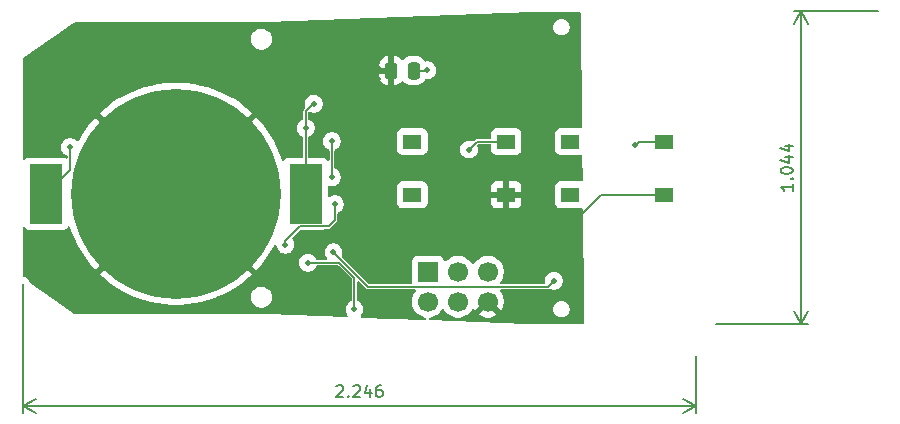
<source format=gbr>
G04 #@! TF.GenerationSoftware,KiCad,Pcbnew,9.0.3*
G04 #@! TF.CreationDate,2025-08-17T17:29:30-04:00*
G04 #@! TF.ProjectId,remote,72656d6f-7465-42e6-9b69-6361645f7063,rev?*
G04 #@! TF.SameCoordinates,Original*
G04 #@! TF.FileFunction,Copper,L1,Top*
G04 #@! TF.FilePolarity,Positive*
%FSLAX46Y46*%
G04 Gerber Fmt 4.6, Leading zero omitted, Abs format (unit mm)*
G04 Created by KiCad (PCBNEW 9.0.3) date 2025-08-17 17:29:30*
%MOMM*%
%LPD*%
G01*
G04 APERTURE LIST*
G04 Aperture macros list*
%AMRoundRect*
0 Rectangle with rounded corners*
0 $1 Rounding radius*
0 $2 $3 $4 $5 $6 $7 $8 $9 X,Y pos of 4 corners*
0 Add a 4 corners polygon primitive as box body*
4,1,4,$2,$3,$4,$5,$6,$7,$8,$9,$2,$3,0*
0 Add four circle primitives for the rounded corners*
1,1,$1+$1,$2,$3*
1,1,$1+$1,$4,$5*
1,1,$1+$1,$6,$7*
1,1,$1+$1,$8,$9*
0 Add four rect primitives between the rounded corners*
20,1,$1+$1,$2,$3,$4,$5,0*
20,1,$1+$1,$4,$5,$6,$7,0*
20,1,$1+$1,$6,$7,$8,$9,0*
20,1,$1+$1,$8,$9,$2,$3,0*%
G04 Aperture macros list end*
%ADD10C,0.200000*%
G04 #@! TA.AperFunction,NonConductor*
%ADD11C,0.200000*%
G04 #@! TD*
G04 #@! TA.AperFunction,SMDPad,CuDef*
%ADD12RoundRect,0.250000X0.250000X0.475000X-0.250000X0.475000X-0.250000X-0.475000X0.250000X-0.475000X0*%
G04 #@! TD*
G04 #@! TA.AperFunction,ComponentPad*
%ADD13R,1.700000X1.700000*%
G04 #@! TD*
G04 #@! TA.AperFunction,ComponentPad*
%ADD14C,1.700000*%
G04 #@! TD*
G04 #@! TA.AperFunction,SMDPad,CuDef*
%ADD15R,1.550000X1.300000*%
G04 #@! TD*
G04 #@! TA.AperFunction,SMDPad,CuDef*
%ADD16C,17.780000*%
G04 #@! TD*
G04 #@! TA.AperFunction,SMDPad,CuDef*
%ADD17R,2.790000X5.080000*%
G04 #@! TD*
G04 #@! TA.AperFunction,ViaPad*
%ADD18C,0.505460*%
G04 #@! TD*
G04 #@! TA.AperFunction,Conductor*
%ADD19C,0.152400*%
G04 #@! TD*
G04 APERTURE END LIST*
D10*
D11*
X254219507Y-63204552D02*
X254219507Y-63775980D01*
X254219507Y-63490266D02*
X253219507Y-63490266D01*
X253219507Y-63490266D02*
X253362364Y-63585504D01*
X253362364Y-63585504D02*
X253457602Y-63680742D01*
X253457602Y-63680742D02*
X253505221Y-63775980D01*
X254124268Y-62775980D02*
X254171888Y-62728361D01*
X254171888Y-62728361D02*
X254219507Y-62775980D01*
X254219507Y-62775980D02*
X254171888Y-62823599D01*
X254171888Y-62823599D02*
X254124268Y-62775980D01*
X254124268Y-62775980D02*
X254219507Y-62775980D01*
X253219507Y-62109314D02*
X253219507Y-62014076D01*
X253219507Y-62014076D02*
X253267126Y-61918838D01*
X253267126Y-61918838D02*
X253314745Y-61871219D01*
X253314745Y-61871219D02*
X253409983Y-61823600D01*
X253409983Y-61823600D02*
X253600459Y-61775981D01*
X253600459Y-61775981D02*
X253838554Y-61775981D01*
X253838554Y-61775981D02*
X254029030Y-61823600D01*
X254029030Y-61823600D02*
X254124268Y-61871219D01*
X254124268Y-61871219D02*
X254171888Y-61918838D01*
X254171888Y-61918838D02*
X254219507Y-62014076D01*
X254219507Y-62014076D02*
X254219507Y-62109314D01*
X254219507Y-62109314D02*
X254171888Y-62204552D01*
X254171888Y-62204552D02*
X254124268Y-62252171D01*
X254124268Y-62252171D02*
X254029030Y-62299790D01*
X254029030Y-62299790D02*
X253838554Y-62347409D01*
X253838554Y-62347409D02*
X253600459Y-62347409D01*
X253600459Y-62347409D02*
X253409983Y-62299790D01*
X253409983Y-62299790D02*
X253314745Y-62252171D01*
X253314745Y-62252171D02*
X253267126Y-62204552D01*
X253267126Y-62204552D02*
X253219507Y-62109314D01*
X253552840Y-60918838D02*
X254219507Y-60918838D01*
X253171888Y-61156933D02*
X253886173Y-61395028D01*
X253886173Y-61395028D02*
X253886173Y-60775981D01*
X253552840Y-59966457D02*
X254219507Y-59966457D01*
X253171888Y-60204552D02*
X253886173Y-60442647D01*
X253886173Y-60442647D02*
X253886173Y-59823600D01*
X261426888Y-48564800D02*
X254380868Y-48564800D01*
X255553708Y-75082400D02*
X247694888Y-75082400D01*
X254967288Y-48564800D02*
X254967288Y-75082400D01*
X254967288Y-48564800D02*
X255553709Y-49691304D01*
X254967288Y-48564800D02*
X254380867Y-49691304D01*
X254967288Y-75082400D02*
X254380867Y-73955896D01*
X254967288Y-75082400D02*
X255553709Y-73955896D01*
D10*
D11*
X215600707Y-80338657D02*
X215648326Y-80291038D01*
X215648326Y-80291038D02*
X215743564Y-80243419D01*
X215743564Y-80243419D02*
X215981659Y-80243419D01*
X215981659Y-80243419D02*
X216076897Y-80291038D01*
X216076897Y-80291038D02*
X216124516Y-80338657D01*
X216124516Y-80338657D02*
X216172135Y-80433895D01*
X216172135Y-80433895D02*
X216172135Y-80529133D01*
X216172135Y-80529133D02*
X216124516Y-80671990D01*
X216124516Y-80671990D02*
X215553088Y-81243419D01*
X215553088Y-81243419D02*
X216172135Y-81243419D01*
X216600707Y-81148180D02*
X216648326Y-81195800D01*
X216648326Y-81195800D02*
X216600707Y-81243419D01*
X216600707Y-81243419D02*
X216553088Y-81195800D01*
X216553088Y-81195800D02*
X216600707Y-81148180D01*
X216600707Y-81148180D02*
X216600707Y-81243419D01*
X217029278Y-80338657D02*
X217076897Y-80291038D01*
X217076897Y-80291038D02*
X217172135Y-80243419D01*
X217172135Y-80243419D02*
X217410230Y-80243419D01*
X217410230Y-80243419D02*
X217505468Y-80291038D01*
X217505468Y-80291038D02*
X217553087Y-80338657D01*
X217553087Y-80338657D02*
X217600706Y-80433895D01*
X217600706Y-80433895D02*
X217600706Y-80529133D01*
X217600706Y-80529133D02*
X217553087Y-80671990D01*
X217553087Y-80671990D02*
X216981659Y-81243419D01*
X216981659Y-81243419D02*
X217600706Y-81243419D01*
X218457849Y-80576752D02*
X218457849Y-81243419D01*
X218219754Y-80195800D02*
X217981659Y-80910085D01*
X217981659Y-80910085D02*
X218600706Y-80910085D01*
X219410230Y-80243419D02*
X219219754Y-80243419D01*
X219219754Y-80243419D02*
X219124516Y-80291038D01*
X219124516Y-80291038D02*
X219076897Y-80338657D01*
X219076897Y-80338657D02*
X218981659Y-80481514D01*
X218981659Y-80481514D02*
X218934040Y-80671990D01*
X218934040Y-80671990D02*
X218934040Y-81052942D01*
X218934040Y-81052942D02*
X218981659Y-81148180D01*
X218981659Y-81148180D02*
X219029278Y-81195800D01*
X219029278Y-81195800D02*
X219124516Y-81243419D01*
X219124516Y-81243419D02*
X219314992Y-81243419D01*
X219314992Y-81243419D02*
X219410230Y-81195800D01*
X219410230Y-81195800D02*
X219457849Y-81148180D01*
X219457849Y-81148180D02*
X219505468Y-81052942D01*
X219505468Y-81052942D02*
X219505468Y-80814847D01*
X219505468Y-80814847D02*
X219457849Y-80719609D01*
X219457849Y-80719609D02*
X219410230Y-80671990D01*
X219410230Y-80671990D02*
X219314992Y-80624371D01*
X219314992Y-80624371D02*
X219124516Y-80624371D01*
X219124516Y-80624371D02*
X219029278Y-80671990D01*
X219029278Y-80671990D02*
X218981659Y-80719609D01*
X218981659Y-80719609D02*
X218934040Y-80814847D01*
X189028888Y-71658548D02*
X189028888Y-82577620D01*
X246077288Y-82577620D02*
X246077288Y-77766800D01*
X189028888Y-81991200D02*
X246077288Y-81991200D01*
X189028888Y-81991200D02*
X190155392Y-81404779D01*
X189028888Y-81991200D02*
X190155392Y-82577621D01*
X246077288Y-81991200D02*
X244950784Y-82577621D01*
X246077288Y-81991200D02*
X244950784Y-81404779D01*
D12*
G04 #@! TO.P,C2,1*
G04 #@! TO.N,+3.3V*
X222135288Y-53619400D03*
G04 #@! TO.P,C2,2*
G04 #@! TO.N,GND*
X220235288Y-53619400D03*
G04 #@! TD*
D13*
G04 #@! TO.P,ISP1,1,MISO*
G04 #@! TO.N,/MISO*
X223344288Y-70637400D03*
D14*
G04 #@! TO.P,ISP1,2,VCC*
G04 #@! TO.N,unconnected-(ISP1-VCC-Pad2)*
X223344288Y-73177400D03*
G04 #@! TO.P,ISP1,3,SCK*
G04 #@! TO.N,/SCK*
X225884288Y-70637400D03*
G04 #@! TO.P,ISP1,4,MOSI*
G04 #@! TO.N,/MOSI*
X225884288Y-73177400D03*
G04 #@! TO.P,ISP1,5,~{RST}*
G04 #@! TO.N,/RESET*
X228424288Y-70637400D03*
G04 #@! TO.P,ISP1,6,GND*
G04 #@! TO.N,GND*
X228424288Y-73177400D03*
G04 #@! TD*
D15*
G04 #@! TO.P,B2,1*
G04 #@! TO.N,unconnected-(B2-Pad1)*
X222036288Y-59620400D03*
G04 #@! TO.P,B2,2*
G04 #@! TO.N,/PD6*
X229986288Y-59620400D03*
G04 #@! TO.P,B2,3*
G04 #@! TO.N,unconnected-(B2-Pad3)*
X222036288Y-64120400D03*
G04 #@! TO.P,B2,4*
G04 #@! TO.N,GND*
X229986288Y-64120400D03*
G04 #@! TD*
G04 #@! TO.P,B1,1*
G04 #@! TO.N,unconnected-(B1-Pad1)*
X235371288Y-59620400D03*
G04 #@! TO.P,B1,2*
G04 #@! TO.N,/PD5*
X243321288Y-59620400D03*
G04 #@! TO.P,B1,3*
G04 #@! TO.N,unconnected-(B1-Pad3)*
X235371288Y-64120400D03*
G04 #@! TO.P,B1,4*
G04 #@! TO.N,GND*
X243321288Y-64120400D03*
G04 #@! TD*
D16*
G04 #@! TO.P,BAT1,1*
G04 #@! TO.N,GND*
X202008288Y-64033400D03*
D17*
G04 #@! TO.P,BAT1,S1*
G04 #@! TO.N,+3.3V*
X212993288Y-64033400D03*
G04 #@! TO.P,BAT1,S2*
X191023288Y-64033400D03*
G04 #@! TD*
D18*
G04 #@! TO.N,+3.3V*
X223268088Y-53594000D03*
G04 #@! TO.N,GND*
X213463688Y-72491600D03*
X216765688Y-63144400D03*
X190451288Y-67335400D03*
X217248288Y-68478400D03*
X190451288Y-60350400D03*
X219153288Y-53365400D03*
X190451288Y-59588400D03*
X235714088Y-70713600D03*
X190451288Y-67970400D03*
X218035688Y-72491600D03*
X203100488Y-52933600D03*
X226062088Y-54000400D03*
X214987688Y-72542400D03*
X209628288Y-57683400D03*
X205894488Y-51460400D03*
X207621688Y-51409600D03*
X235053688Y-69596000D03*
X219102488Y-54305200D03*
X192940488Y-53594000D03*
X212600088Y-72491600D03*
X196598088Y-50800000D03*
X193499288Y-69545200D03*
X192635688Y-68834000D03*
X201779688Y-53340000D03*
X192737288Y-58445400D03*
X231599288Y-74117200D03*
X211685688Y-59131200D03*
X221439288Y-72542400D03*
X204878488Y-54000400D03*
X233758288Y-53492400D03*
X227535288Y-53949600D03*
X192940488Y-55422800D03*
X200966888Y-50800000D03*
X202744888Y-54254400D03*
X213946288Y-54635400D03*
X207062888Y-54000400D03*
X220118488Y-72491600D03*
X198934888Y-50749200D03*
X231091288Y-70002400D03*
X194261288Y-70358000D03*
G04 #@! TO.N,+3.3V*
X212993288Y-58470800D03*
X193042088Y-60096400D03*
X213666888Y-56413400D03*
G04 #@! TO.N,/MOSI*
X213184288Y-69875400D03*
X217121288Y-73812400D03*
G04 #@! TO.N,Net-(CPU1-XTAL1{slash}PB6)*
X215216288Y-62636400D03*
X215216288Y-59588400D03*
G04 #@! TO.N,/PD5*
X234012288Y-71399400D03*
X240895688Y-59944000D03*
X215343288Y-68986400D03*
G04 #@! TO.N,/PD6*
X226824088Y-60299600D03*
X211279288Y-68351400D03*
X215470288Y-64922400D03*
G04 #@! TD*
D19*
G04 #@! TO.N,+3.3V*
X223242688Y-53619400D02*
X223268088Y-53594000D01*
X222135288Y-53619400D02*
X223242688Y-53619400D01*
G04 #@! TO.N,GND*
X238040088Y-64120400D02*
X234952088Y-67208400D01*
X204802288Y-64033400D02*
X202008288Y-64033400D01*
X202008288Y-64033400D02*
X202008288Y-58953400D01*
X243321288Y-64120400D02*
X238040088Y-64120400D01*
G04 #@! TO.N,+3.3V*
X212993288Y-57061600D02*
X212993288Y-58470800D01*
X193042088Y-62014600D02*
X191023288Y-64033400D01*
X193042088Y-60096400D02*
X193042088Y-62014600D01*
X212993288Y-64033400D02*
X212993288Y-65955282D01*
X212993288Y-64033400D02*
X212993288Y-58470800D01*
X212993288Y-57061600D02*
X213641488Y-56413400D01*
X213641488Y-56413400D02*
X213666888Y-56413400D01*
G04 #@! TO.N,/MOSI*
X217121288Y-71160946D02*
X215835742Y-69875400D01*
X217121288Y-73812400D02*
X217121288Y-71160946D01*
X215835742Y-69875400D02*
X213184288Y-69875400D01*
G04 #@! TO.N,Net-(CPU1-XTAL1{slash}PB6)*
X215216288Y-62636400D02*
X215216288Y-59588400D01*
G04 #@! TO.N,/PD5*
X218264288Y-71907400D02*
X215343288Y-68986400D01*
X220423288Y-71907400D02*
X218264288Y-71907400D01*
X234012288Y-71399400D02*
X233504288Y-71907400D01*
X233504288Y-71907400D02*
X220423288Y-71907400D01*
X243321288Y-59620400D02*
X241219288Y-59620400D01*
X241219288Y-59620400D02*
X240895688Y-59944000D01*
G04 #@! TO.N,/PD6*
X229986288Y-59620400D02*
X227503288Y-59620400D01*
X227503288Y-59620400D02*
X226824088Y-60299600D01*
X215470288Y-66268600D02*
X214936888Y-66802000D01*
X211279288Y-68065828D02*
X211279288Y-68351400D01*
X215470288Y-64922400D02*
X215470288Y-66268600D01*
X212543116Y-66802000D02*
X211279288Y-68065828D01*
X214936888Y-66802000D02*
X212543116Y-66802000D01*
G04 #@! TD*
G04 #@! TA.AperFunction,Conductor*
G04 #@! TO.N,GND*
G36*
X236259537Y-48661185D02*
G01*
X236305292Y-48713989D01*
X236316493Y-48764440D01*
X236398444Y-58352757D01*
X236379334Y-58419962D01*
X236326923Y-58466167D01*
X236261195Y-58477107D01*
X236247387Y-58475622D01*
X236194161Y-58469900D01*
X236194154Y-58469900D01*
X234548417Y-58469900D01*
X234548411Y-58469901D01*
X234488804Y-58476308D01*
X234353959Y-58526602D01*
X234353952Y-58526606D01*
X234238743Y-58612852D01*
X234238740Y-58612855D01*
X234152494Y-58728064D01*
X234152490Y-58728071D01*
X234102196Y-58862917D01*
X234095963Y-58920896D01*
X234095789Y-58922523D01*
X234095788Y-58922535D01*
X234095788Y-60318270D01*
X234095789Y-60318276D01*
X234102196Y-60377883D01*
X234152490Y-60512728D01*
X234152494Y-60512735D01*
X234238740Y-60627944D01*
X234238743Y-60627947D01*
X234353952Y-60714193D01*
X234353959Y-60714197D01*
X234488805Y-60764491D01*
X234488804Y-60764491D01*
X234495732Y-60765235D01*
X234548415Y-60770900D01*
X236194160Y-60770899D01*
X236253771Y-60764491D01*
X236253773Y-60764490D01*
X236253775Y-60764490D01*
X236261319Y-60762708D01*
X236261682Y-60764245D01*
X236322396Y-60759897D01*
X236383722Y-60793376D01*
X236417213Y-60854696D01*
X236420044Y-60880006D01*
X236437010Y-62865001D01*
X236417900Y-62932206D01*
X236365489Y-62978411D01*
X236296418Y-62988945D01*
X236269683Y-62982243D01*
X236253773Y-62976309D01*
X236253771Y-62976308D01*
X236194171Y-62969901D01*
X236194169Y-62969900D01*
X236194161Y-62969900D01*
X236194152Y-62969900D01*
X234548417Y-62969900D01*
X234548411Y-62969901D01*
X234488804Y-62976308D01*
X234353959Y-63026602D01*
X234353952Y-63026606D01*
X234238743Y-63112852D01*
X234238740Y-63112855D01*
X234152494Y-63228064D01*
X234152490Y-63228071D01*
X234102196Y-63362917D01*
X234095789Y-63422516D01*
X234095789Y-63422523D01*
X234095788Y-63422535D01*
X234095788Y-64818270D01*
X234095789Y-64818276D01*
X234102196Y-64877883D01*
X234152490Y-65012728D01*
X234152494Y-65012735D01*
X234238740Y-65127944D01*
X234238743Y-65127947D01*
X234353952Y-65214193D01*
X234353959Y-65214197D01*
X234488805Y-65264491D01*
X234488804Y-65264491D01*
X234495732Y-65265235D01*
X234548415Y-65270900D01*
X236194160Y-65270899D01*
X236253771Y-65264491D01*
X236291055Y-65250584D01*
X236360744Y-65245599D01*
X236422068Y-65279083D01*
X236455554Y-65340406D01*
X236458383Y-65365706D01*
X236528836Y-73608512D01*
X236538549Y-74745037D01*
X236540577Y-74982240D01*
X236521467Y-75049445D01*
X236469056Y-75095650D01*
X236416582Y-75107300D01*
X232160535Y-75107300D01*
X232155618Y-75107202D01*
X231864508Y-75095650D01*
X231666208Y-75087780D01*
X223525324Y-74764729D01*
X223459118Y-74742402D01*
X223415493Y-74687825D01*
X223408299Y-74618327D01*
X223439822Y-74555972D01*
X223500051Y-74520558D01*
X223510833Y-74518355D01*
X223660531Y-74494646D01*
X223862700Y-74428957D01*
X224052104Y-74332451D01*
X224110200Y-74290242D01*
X224224074Y-74207509D01*
X224224076Y-74207506D01*
X224224080Y-74207504D01*
X224374392Y-74057192D01*
X224374394Y-74057188D01*
X224374397Y-74057186D01*
X224490847Y-73896904D01*
X224499339Y-73885216D01*
X224503802Y-73876454D01*
X224551776Y-73825659D01*
X224619596Y-73808863D01*
X224685732Y-73831399D01*
X224724774Y-73876456D01*
X224729239Y-73885220D01*
X224854178Y-74057186D01*
X225004501Y-74207509D01*
X225176467Y-74332448D01*
X225176469Y-74332449D01*
X225176472Y-74332451D01*
X225365876Y-74428957D01*
X225568045Y-74494646D01*
X225778001Y-74527900D01*
X225778002Y-74527900D01*
X225990574Y-74527900D01*
X225990575Y-74527900D01*
X226200531Y-74494646D01*
X226402700Y-74428957D01*
X226592104Y-74332451D01*
X226650200Y-74290242D01*
X226764074Y-74207509D01*
X226764076Y-74207506D01*
X226764080Y-74207504D01*
X226914392Y-74057192D01*
X226914394Y-74057188D01*
X226914397Y-74057186D01*
X227000178Y-73939117D01*
X227039339Y-73885216D01*
X227044081Y-73875908D01*
X227092051Y-73825111D01*
X227159871Y-73808311D01*
X227226007Y-73830845D01*
X227265051Y-73875900D01*
X227269661Y-73884947D01*
X227309016Y-73939116D01*
X227941324Y-73306807D01*
X227958363Y-73370393D01*
X228024189Y-73484407D01*
X228117281Y-73577499D01*
X228231295Y-73643325D01*
X228294878Y-73660362D01*
X227662570Y-74292669D01*
X227662570Y-74292670D01*
X227716737Y-74332024D01*
X227906070Y-74428495D01*
X228108158Y-74494157D01*
X228318042Y-74527400D01*
X228530534Y-74527400D01*
X228740415Y-74494157D01*
X228740418Y-74494157D01*
X228942505Y-74428495D01*
X229131842Y-74332022D01*
X229186004Y-74292670D01*
X229186005Y-74292670D01*
X228553696Y-73660362D01*
X228617281Y-73643325D01*
X228731295Y-73577499D01*
X228824387Y-73484407D01*
X228890213Y-73370393D01*
X228907250Y-73306809D01*
X229539558Y-73939117D01*
X229539558Y-73939116D01*
X229578910Y-73884954D01*
X229650957Y-73743555D01*
X233948288Y-73743555D01*
X233948288Y-73743984D01*
X233948288Y-73881245D01*
X233950314Y-73891430D01*
X233951335Y-73896565D01*
X233951335Y-73896904D01*
X233951683Y-73898316D01*
X233952227Y-73901052D01*
X233975148Y-74016283D01*
X233975151Y-74016295D01*
X233985415Y-74041074D01*
X233985416Y-74041075D01*
X233989005Y-74049742D01*
X233991781Y-74061001D01*
X234000738Y-74078068D01*
X234002892Y-74083267D01*
X234002892Y-74083268D01*
X234027840Y-74143497D01*
X234027842Y-74143501D01*
X234057936Y-74188539D01*
X234057936Y-74188540D01*
X234061585Y-74194001D01*
X234070323Y-74210650D01*
X234080031Y-74221609D01*
X234084721Y-74228627D01*
X234104335Y-74257980D01*
X234104341Y-74257988D01*
X234173760Y-74327407D01*
X234182396Y-74337155D01*
X234185985Y-74339632D01*
X234201702Y-74355349D01*
X234316187Y-74431846D01*
X234316188Y-74431846D01*
X234316189Y-74431847D01*
X234316191Y-74431848D01*
X234433272Y-74480344D01*
X234443397Y-74484538D01*
X234443399Y-74484538D01*
X234443401Y-74484539D01*
X234448262Y-74485505D01*
X234471908Y-74490209D01*
X234479512Y-74493093D01*
X234497200Y-74495240D01*
X234578443Y-74511400D01*
X234630281Y-74511400D01*
X234647288Y-74513465D01*
X234664295Y-74511400D01*
X234716134Y-74511400D01*
X234724054Y-74509824D01*
X234797369Y-74495241D01*
X234815064Y-74493093D01*
X234822666Y-74490209D01*
X234851179Y-74484538D01*
X234978389Y-74431846D01*
X235092874Y-74355349D01*
X235108594Y-74339628D01*
X235112180Y-74337155D01*
X235120805Y-74327417D01*
X235190237Y-74257986D01*
X235214544Y-74221608D01*
X235224253Y-74210650D01*
X235232985Y-74194008D01*
X235266734Y-74143501D01*
X235293839Y-74078061D01*
X235302795Y-74061001D01*
X235305570Y-74049742D01*
X235319426Y-74016291D01*
X235342892Y-73898315D01*
X235343241Y-73896904D01*
X235343252Y-73896504D01*
X235346288Y-73881245D01*
X235346288Y-73743555D01*
X235343252Y-73728295D01*
X235343241Y-73727896D01*
X235342892Y-73726484D01*
X235319426Y-73608509D01*
X235305570Y-73575057D01*
X235302795Y-73563799D01*
X235293837Y-73546731D01*
X235266734Y-73481299D01*
X235266732Y-73481296D01*
X235266731Y-73481293D01*
X235236638Y-73436257D01*
X235236637Y-73436256D01*
X235232992Y-73430801D01*
X235224253Y-73414150D01*
X235214540Y-73403186D01*
X235209852Y-73396170D01*
X235190237Y-73366814D01*
X235120815Y-73297392D01*
X235112180Y-73287645D01*
X235108590Y-73285167D01*
X235100622Y-73277199D01*
X235092874Y-73269451D01*
X234978389Y-73192954D01*
X234978388Y-73192953D01*
X234978386Y-73192952D01*
X234978384Y-73192951D01*
X234851183Y-73140263D01*
X234851179Y-73140262D01*
X234832779Y-73136601D01*
X234832779Y-73136600D01*
X234822659Y-73134587D01*
X234815064Y-73131707D01*
X234797367Y-73129558D01*
X234794355Y-73128959D01*
X234792769Y-73128643D01*
X234792766Y-73128643D01*
X234745077Y-73119157D01*
X234716134Y-73113400D01*
X234716133Y-73113400D01*
X234664295Y-73113400D01*
X234647288Y-73111335D01*
X234630281Y-73113400D01*
X234578443Y-73113400D01*
X234556519Y-73117761D01*
X234501809Y-73128643D01*
X234501808Y-73128643D01*
X234497203Y-73129558D01*
X234479512Y-73131707D01*
X234471912Y-73134589D01*
X234461787Y-73136603D01*
X234461786Y-73136602D01*
X234443397Y-73140261D01*
X234443395Y-73140262D01*
X234316189Y-73192952D01*
X234201700Y-73269451D01*
X234201699Y-73269453D01*
X234193944Y-73277208D01*
X234193943Y-73277207D01*
X234185975Y-73285174D01*
X234182396Y-73287645D01*
X234173790Y-73297358D01*
X234171116Y-73300033D01*
X234171117Y-73300033D01*
X234104343Y-73366808D01*
X234104334Y-73366819D01*
X234084722Y-73396169D01*
X234084723Y-73396170D01*
X234080030Y-73403192D01*
X234070323Y-73414150D01*
X234061591Y-73430786D01*
X234057942Y-73436248D01*
X234027841Y-73481299D01*
X234002891Y-73541530D01*
X234002892Y-73541531D01*
X234000735Y-73546737D01*
X233991781Y-73563799D01*
X233989006Y-73575057D01*
X233987995Y-73577499D01*
X233976820Y-73604479D01*
X233975149Y-73608512D01*
X233975148Y-73608515D01*
X233952226Y-73723748D01*
X233951206Y-73728337D01*
X233950811Y-73730866D01*
X233948288Y-73743555D01*
X229650957Y-73743555D01*
X229675383Y-73695617D01*
X229741045Y-73493530D01*
X229741045Y-73493527D01*
X229774288Y-73283646D01*
X229774288Y-73071153D01*
X229741045Y-72861272D01*
X229741045Y-72861269D01*
X229675383Y-72659182D01*
X229578908Y-72469842D01*
X229461313Y-72307985D01*
X229437833Y-72242179D01*
X229453659Y-72174125D01*
X229503764Y-72125430D01*
X229561631Y-72111100D01*
X233544805Y-72111100D01*
X233544807Y-72111100D01*
X233606052Y-72085731D01*
X233675518Y-72078263D01*
X233700954Y-72085731D01*
X233792579Y-72123684D01*
X233872972Y-72139675D01*
X233938096Y-72152629D01*
X233938100Y-72152630D01*
X233938101Y-72152630D01*
X234086476Y-72152630D01*
X234086477Y-72152629D01*
X234231997Y-72123684D01*
X234369076Y-72066904D01*
X234369082Y-72066900D01*
X234492446Y-71984471D01*
X234492447Y-71984469D01*
X234597357Y-71879559D01*
X234597360Y-71879556D01*
X234679792Y-71756188D01*
X234736572Y-71619109D01*
X234765518Y-71473587D01*
X234765518Y-71325213D01*
X234736572Y-71179691D01*
X234692655Y-71073667D01*
X234679793Y-71042614D01*
X234679788Y-71042605D01*
X234597360Y-70919244D01*
X234597357Y-70919240D01*
X234492447Y-70814330D01*
X234492443Y-70814327D01*
X234369082Y-70731899D01*
X234369073Y-70731894D01*
X234231997Y-70675116D01*
X234231989Y-70675114D01*
X234086479Y-70646170D01*
X234086475Y-70646170D01*
X233938101Y-70646170D01*
X233938096Y-70646170D01*
X233792586Y-70675114D01*
X233792578Y-70675116D01*
X233655502Y-70731894D01*
X233655493Y-70731899D01*
X233532132Y-70814327D01*
X233532128Y-70814330D01*
X233427218Y-70919240D01*
X233427215Y-70919244D01*
X233344787Y-71042605D01*
X233344782Y-71042614D01*
X233288004Y-71179690D01*
X233288002Y-71179698D01*
X233259058Y-71325208D01*
X233259058Y-71473590D01*
X233275353Y-71555509D01*
X233269126Y-71625100D01*
X233226263Y-71680278D01*
X233160373Y-71703522D01*
X233153736Y-71703700D01*
X229562250Y-71703700D01*
X229495211Y-71684015D01*
X229449456Y-71631211D01*
X229439512Y-71562053D01*
X229461932Y-71506815D01*
X229520096Y-71426757D01*
X229579339Y-71345216D01*
X229675845Y-71155812D01*
X229741534Y-70953643D01*
X229774788Y-70743687D01*
X229774788Y-70531113D01*
X229741534Y-70321157D01*
X229675845Y-70118988D01*
X229579339Y-69929584D01*
X229579337Y-69929581D01*
X229579336Y-69929579D01*
X229454397Y-69757613D01*
X229304074Y-69607290D01*
X229132108Y-69482351D01*
X228942702Y-69385844D01*
X228942701Y-69385843D01*
X228942700Y-69385843D01*
X228740531Y-69320154D01*
X228740529Y-69320153D01*
X228740528Y-69320153D01*
X228579245Y-69294608D01*
X228530575Y-69286900D01*
X228318001Y-69286900D01*
X228269330Y-69294608D01*
X228108048Y-69320153D01*
X227905873Y-69385844D01*
X227716467Y-69482351D01*
X227544501Y-69607290D01*
X227394178Y-69757613D01*
X227269237Y-69929582D01*
X227264772Y-69938346D01*
X227216797Y-69989142D01*
X227148976Y-70005936D01*
X227082841Y-69983398D01*
X227043804Y-69938346D01*
X227039338Y-69929582D01*
X226914397Y-69757613D01*
X226764074Y-69607290D01*
X226592108Y-69482351D01*
X226402702Y-69385844D01*
X226402701Y-69385843D01*
X226402700Y-69385843D01*
X226200531Y-69320154D01*
X226200529Y-69320153D01*
X226200528Y-69320153D01*
X226039245Y-69294608D01*
X225990575Y-69286900D01*
X225778001Y-69286900D01*
X225729330Y-69294608D01*
X225568048Y-69320153D01*
X225365873Y-69385844D01*
X225176467Y-69482351D01*
X225004503Y-69607289D01*
X224890961Y-69720831D01*
X224829638Y-69754315D01*
X224759946Y-69749331D01*
X224704013Y-69707459D01*
X224687098Y-69676482D01*
X224638085Y-69545071D01*
X224638081Y-69545064D01*
X224551835Y-69429855D01*
X224551832Y-69429852D01*
X224436623Y-69343606D01*
X224436616Y-69343602D01*
X224301770Y-69293308D01*
X224301771Y-69293308D01*
X224242171Y-69286901D01*
X224242169Y-69286900D01*
X224242161Y-69286900D01*
X224242152Y-69286900D01*
X222446417Y-69286900D01*
X222446411Y-69286901D01*
X222386804Y-69293308D01*
X222251959Y-69343602D01*
X222251952Y-69343606D01*
X222136743Y-69429852D01*
X222136740Y-69429855D01*
X222050494Y-69545064D01*
X222050490Y-69545071D01*
X222000196Y-69679917D01*
X221993789Y-69739516D01*
X221993788Y-69739535D01*
X221993788Y-71535270D01*
X221993789Y-71535276D01*
X221997140Y-71566447D01*
X221984733Y-71635206D01*
X221937122Y-71686343D01*
X221873850Y-71703700D01*
X218400025Y-71703700D01*
X218332986Y-71684015D01*
X218312344Y-71667381D01*
X216062747Y-69417784D01*
X216029262Y-69356461D01*
X216034246Y-69286769D01*
X216035854Y-69282682D01*
X216067572Y-69206109D01*
X216096518Y-69060587D01*
X216096518Y-68912213D01*
X216067572Y-68766691D01*
X216010792Y-68629612D01*
X216010791Y-68629611D01*
X216010788Y-68629605D01*
X215928360Y-68506244D01*
X215928357Y-68506240D01*
X215823447Y-68401330D01*
X215823443Y-68401327D01*
X215700082Y-68318899D01*
X215700073Y-68318894D01*
X215562997Y-68262116D01*
X215562989Y-68262114D01*
X215417479Y-68233170D01*
X215417475Y-68233170D01*
X215269101Y-68233170D01*
X215269096Y-68233170D01*
X215123586Y-68262114D01*
X215123578Y-68262116D01*
X214986502Y-68318894D01*
X214986493Y-68318899D01*
X214863132Y-68401327D01*
X214863128Y-68401330D01*
X214758218Y-68506240D01*
X214758215Y-68506244D01*
X214675787Y-68629605D01*
X214675782Y-68629614D01*
X214619004Y-68766690D01*
X214619002Y-68766698D01*
X214590058Y-68912208D01*
X214590058Y-69060591D01*
X214619002Y-69206101D01*
X214619004Y-69206109D01*
X214675782Y-69343185D01*
X214675787Y-69343194D01*
X214758215Y-69466555D01*
X214760251Y-69469036D01*
X214760910Y-69470589D01*
X214761600Y-69471621D01*
X214761404Y-69471751D01*
X214787563Y-69533346D01*
X214775772Y-69602213D01*
X214728619Y-69653773D01*
X214664397Y-69671700D01*
X213998058Y-69671700D01*
X213931019Y-69652015D01*
X213885264Y-69599211D01*
X213883497Y-69595153D01*
X213851793Y-69518615D01*
X213851793Y-69518614D01*
X213851792Y-69518612D01*
X213851790Y-69518609D01*
X213851788Y-69518605D01*
X213769360Y-69395244D01*
X213769357Y-69395240D01*
X213664447Y-69290330D01*
X213664443Y-69290327D01*
X213541082Y-69207899D01*
X213541073Y-69207894D01*
X213403997Y-69151116D01*
X213403989Y-69151114D01*
X213258479Y-69122170D01*
X213258475Y-69122170D01*
X213110101Y-69122170D01*
X213110096Y-69122170D01*
X212964586Y-69151114D01*
X212964578Y-69151116D01*
X212827502Y-69207894D01*
X212827493Y-69207899D01*
X212704132Y-69290327D01*
X212704128Y-69290330D01*
X212599218Y-69395240D01*
X212599215Y-69395244D01*
X212516787Y-69518605D01*
X212516782Y-69518614D01*
X212460004Y-69655690D01*
X212460002Y-69655698D01*
X212431058Y-69801208D01*
X212431058Y-69949591D01*
X212460002Y-70095101D01*
X212460004Y-70095109D01*
X212516782Y-70232185D01*
X212516787Y-70232194D01*
X212599215Y-70355555D01*
X212599218Y-70355559D01*
X212704128Y-70460469D01*
X212704132Y-70460472D01*
X212827493Y-70542900D01*
X212827499Y-70542903D01*
X212827500Y-70542904D01*
X212964579Y-70599684D01*
X213110096Y-70628629D01*
X213110100Y-70628630D01*
X213110101Y-70628630D01*
X213258476Y-70628630D01*
X213258477Y-70628629D01*
X213403997Y-70599684D01*
X213541076Y-70542904D01*
X213664444Y-70460472D01*
X213769360Y-70355556D01*
X213851792Y-70232188D01*
X213875170Y-70175749D01*
X213883497Y-70155647D01*
X213927339Y-70101243D01*
X213993633Y-70079179D01*
X213998058Y-70079100D01*
X215700005Y-70079100D01*
X215767044Y-70098785D01*
X215787686Y-70115419D01*
X216881269Y-71209002D01*
X216914754Y-71270325D01*
X216917588Y-71296683D01*
X216917588Y-72998630D01*
X216897903Y-73065669D01*
X216845099Y-73111424D01*
X216841041Y-73113191D01*
X216764503Y-73144894D01*
X216764493Y-73144899D01*
X216641132Y-73227327D01*
X216641128Y-73227330D01*
X216536218Y-73332240D01*
X216536215Y-73332244D01*
X216453787Y-73455605D01*
X216453782Y-73455614D01*
X216397004Y-73592690D01*
X216397002Y-73592698D01*
X216368058Y-73738208D01*
X216368058Y-73886591D01*
X216397002Y-74032101D01*
X216397004Y-74032109D01*
X216453782Y-74169185D01*
X216453787Y-74169193D01*
X216534670Y-74290242D01*
X216555548Y-74356919D01*
X216537064Y-74424299D01*
X216485085Y-74470990D01*
X216426651Y-74483035D01*
X209777619Y-74219184D01*
X209755502Y-74218307D01*
X209755495Y-74218300D01*
X209755303Y-74218300D01*
X209755101Y-74218292D01*
X209755100Y-74218292D01*
X209752850Y-74218203D01*
X209752849Y-74218202D01*
X209737607Y-74217598D01*
X209733567Y-74218300D01*
X193436956Y-74218300D01*
X193369917Y-74198615D01*
X193365814Y-74195862D01*
X191864831Y-73144456D01*
X189666039Y-71604248D01*
X189622425Y-71549665D01*
X189617411Y-71534795D01*
X189588465Y-71426764D01*
X189541386Y-71345220D01*
X189509412Y-71289838D01*
X189509406Y-71289830D01*
X189397605Y-71178029D01*
X189397597Y-71178023D01*
X189260678Y-71098974D01*
X189260673Y-71098971D01*
X189171932Y-71075193D01*
X189121293Y-71061624D01*
X189097514Y-71047130D01*
X189072185Y-71035563D01*
X189068094Y-71029197D01*
X189061634Y-71025260D01*
X189049466Y-71000212D01*
X189034411Y-70976785D01*
X189032865Y-70966037D01*
X189031105Y-70962413D01*
X189029388Y-70941850D01*
X189029388Y-70849909D01*
X195545332Y-70849909D01*
X195585913Y-70890490D01*
X196048150Y-71295861D01*
X196535891Y-71670118D01*
X197047058Y-72011669D01*
X197047083Y-72011685D01*
X197579501Y-72319077D01*
X198130889Y-72590991D01*
X198698879Y-72826260D01*
X198698890Y-72826264D01*
X199281045Y-73023880D01*
X199281060Y-73023884D01*
X199874876Y-73182996D01*
X199874916Y-73183006D01*
X200477870Y-73302942D01*
X200477881Y-73302944D01*
X201087408Y-73383189D01*
X201700902Y-73423400D01*
X202315674Y-73423400D01*
X202929167Y-73383189D01*
X203538694Y-73302944D01*
X203538705Y-73302942D01*
X204141659Y-73183006D01*
X204141699Y-73182996D01*
X204735515Y-73023884D01*
X204735530Y-73023880D01*
X205317685Y-72826264D01*
X205317696Y-72826260D01*
X205601301Y-72708787D01*
X208357788Y-72708787D01*
X208357788Y-72884012D01*
X208391969Y-73055850D01*
X208391972Y-73055862D01*
X208459020Y-73217731D01*
X208459022Y-73217734D01*
X208459023Y-73217736D01*
X208474830Y-73241392D01*
X208475174Y-73241908D01*
X208475271Y-73242124D01*
X208475866Y-73242943D01*
X208477208Y-73244952D01*
X208556367Y-73363423D01*
X208556369Y-73363425D01*
X208575182Y-73382237D01*
X208582084Y-73389139D01*
X208584813Y-73392895D01*
X208595125Y-73402180D01*
X208680265Y-73487320D01*
X208716780Y-73511719D01*
X208723308Y-73517597D01*
X208740003Y-73527235D01*
X208743380Y-73529492D01*
X208825947Y-73584662D01*
X208825948Y-73584662D01*
X208825952Y-73584665D01*
X208873803Y-73604485D01*
X208884703Y-73610779D01*
X208904621Y-73617250D01*
X208987830Y-73651717D01*
X209046797Y-73663446D01*
X209061945Y-73668368D01*
X209082284Y-73670505D01*
X209159680Y-73685900D01*
X209228745Y-73685900D01*
X209247288Y-73687849D01*
X209265831Y-73685900D01*
X209334895Y-73685900D01*
X209334896Y-73685900D01*
X209412292Y-73670504D01*
X209432631Y-73668368D01*
X209447773Y-73663447D01*
X209506746Y-73651717D01*
X209589966Y-73617246D01*
X209609873Y-73610779D01*
X209620772Y-73604485D01*
X209668624Y-73584665D01*
X209754583Y-73527228D01*
X209771268Y-73517597D01*
X209777793Y-73511720D01*
X209814311Y-73487320D01*
X209899460Y-73402170D01*
X209909763Y-73392895D01*
X209912488Y-73389142D01*
X209938208Y-73363423D01*
X210018720Y-73242927D01*
X210019305Y-73242124D01*
X210019399Y-73241911D01*
X210035553Y-73217736D01*
X210102605Y-73055858D01*
X210136788Y-72884008D01*
X210136788Y-72708792D01*
X210102605Y-72536942D01*
X210074811Y-72469842D01*
X210035555Y-72375068D01*
X210035553Y-72375065D01*
X210035553Y-72375064D01*
X210019399Y-72350888D01*
X210019305Y-72350676D01*
X210018717Y-72349868D01*
X209938208Y-72229377D01*
X209938206Y-72229374D01*
X209919395Y-72210564D01*
X209912491Y-72203660D01*
X209909763Y-72199905D01*
X209899450Y-72190619D01*
X209897165Y-72188334D01*
X209814311Y-72105480D01*
X209814310Y-72105479D01*
X209814309Y-72105478D01*
X209785231Y-72086049D01*
X209785231Y-72086048D01*
X209777794Y-72081079D01*
X209771268Y-72075203D01*
X209754570Y-72065562D01*
X209751208Y-72063316D01*
X209668624Y-72008135D01*
X209668620Y-72008133D01*
X209628283Y-71991425D01*
X209620774Y-71988315D01*
X209609873Y-71982021D01*
X209589951Y-71975547D01*
X209506746Y-71941083D01*
X209506744Y-71941082D01*
X209506739Y-71941080D01*
X209454948Y-71930779D01*
X209454946Y-71930779D01*
X209447774Y-71929352D01*
X209432631Y-71924432D01*
X209412297Y-71922294D01*
X209406728Y-71921187D01*
X209406720Y-71921186D01*
X209351841Y-71910270D01*
X209334896Y-71906900D01*
X209265822Y-71906900D01*
X209247288Y-71904952D01*
X209228754Y-71906900D01*
X209159680Y-71906900D01*
X209087856Y-71921185D01*
X209087855Y-71921184D01*
X209082261Y-71922296D01*
X209061945Y-71924432D01*
X209046815Y-71929347D01*
X209039636Y-71930776D01*
X209039630Y-71930778D01*
X208987834Y-71941081D01*
X208909122Y-71973683D01*
X208909123Y-71973684D01*
X208904615Y-71975550D01*
X208884703Y-71982021D01*
X208873801Y-71988314D01*
X208866291Y-71991426D01*
X208866289Y-71991426D01*
X208825949Y-72008136D01*
X208743372Y-72063309D01*
X208743373Y-72063310D01*
X208739977Y-72065578D01*
X208723308Y-72075203D01*
X208716787Y-72081073D01*
X208709357Y-72086039D01*
X208709351Y-72086044D01*
X208680262Y-72105482D01*
X208680257Y-72105486D01*
X208597407Y-72188335D01*
X208595094Y-72190647D01*
X208584813Y-72199905D01*
X208582092Y-72203649D01*
X208556372Y-72229370D01*
X208556365Y-72229380D01*
X208477184Y-72347878D01*
X208477185Y-72347879D01*
X208475835Y-72349899D01*
X208475271Y-72350676D01*
X208475180Y-72350879D01*
X208472719Y-72354564D01*
X208472717Y-72354564D01*
X208472716Y-72354568D01*
X208459023Y-72375062D01*
X208459021Y-72375065D01*
X208391972Y-72536937D01*
X208391969Y-72536949D01*
X208357788Y-72708787D01*
X205601301Y-72708787D01*
X205885684Y-72590992D01*
X206437074Y-72319077D01*
X206969492Y-72011685D01*
X206969517Y-72011669D01*
X207480684Y-71670118D01*
X207968425Y-71295861D01*
X208430655Y-70890497D01*
X208471243Y-70849908D01*
X202008288Y-64386953D01*
X195545332Y-70849909D01*
X189029388Y-70849909D01*
X189029388Y-66981095D01*
X189049073Y-66914056D01*
X189101877Y-66868301D01*
X189171035Y-66858357D01*
X189234591Y-66887382D01*
X189252651Y-66906780D01*
X189270742Y-66930946D01*
X189316931Y-66965523D01*
X189385952Y-67017193D01*
X189385959Y-67017197D01*
X189520805Y-67067491D01*
X189520804Y-67067491D01*
X189527732Y-67068235D01*
X189580415Y-67073900D01*
X192466160Y-67073899D01*
X192525771Y-67067491D01*
X192660619Y-67017196D01*
X192775834Y-66930946D01*
X192841054Y-66843823D01*
X192896987Y-66801953D01*
X192966679Y-66796969D01*
X193028002Y-66830454D01*
X193057739Y-66878276D01*
X193215423Y-67342797D01*
X193215427Y-67342808D01*
X193450696Y-67910798D01*
X193722610Y-68462186D01*
X194030002Y-68994604D01*
X194030018Y-68994629D01*
X194371569Y-69505796D01*
X194745826Y-69993537D01*
X195151197Y-70455774D01*
X195191778Y-70496355D01*
X201654732Y-64033400D01*
X202361841Y-64033400D01*
X208824796Y-70496355D01*
X208824797Y-70496355D01*
X208865385Y-70455767D01*
X209270749Y-69993537D01*
X209645006Y-69505796D01*
X209986557Y-68994629D01*
X209986573Y-68994604D01*
X210293964Y-68462188D01*
X210302970Y-68443925D01*
X210350274Y-68392504D01*
X210417868Y-68374820D01*
X210484293Y-68396488D01*
X210528459Y-68450628D01*
X210535801Y-68474573D01*
X210555002Y-68571103D01*
X210555004Y-68571109D01*
X210611782Y-68708185D01*
X210611787Y-68708194D01*
X210694215Y-68831555D01*
X210694218Y-68831559D01*
X210799128Y-68936469D01*
X210799132Y-68936472D01*
X210922493Y-69018900D01*
X210922499Y-69018903D01*
X210922500Y-69018904D01*
X211059579Y-69075684D01*
X211205096Y-69104629D01*
X211205100Y-69104630D01*
X211205101Y-69104630D01*
X211353476Y-69104630D01*
X211353477Y-69104629D01*
X211498997Y-69075684D01*
X211636076Y-69018904D01*
X211759444Y-68936472D01*
X211864360Y-68831556D01*
X211946792Y-68708188D01*
X212003572Y-68571109D01*
X212032518Y-68425587D01*
X212032518Y-68277213D01*
X212003572Y-68131691D01*
X211946792Y-67994612D01*
X211946791Y-67994611D01*
X211946788Y-67994605D01*
X211879876Y-67894464D01*
X211858998Y-67827786D01*
X211877483Y-67760406D01*
X211895293Y-67737896D01*
X212522972Y-67110218D01*
X212584295Y-67076733D01*
X212610653Y-67073899D01*
X214436159Y-67073899D01*
X214436160Y-67073899D01*
X214495771Y-67067491D01*
X214495776Y-67067489D01*
X214638929Y-67014097D01*
X214639929Y-67016778D01*
X214683322Y-67005700D01*
X214977405Y-67005700D01*
X214977407Y-67005700D01*
X215014841Y-66990194D01*
X215052272Y-66974691D01*
X215052273Y-66974689D01*
X215052275Y-66974689D01*
X215109577Y-66917387D01*
X215109577Y-66917386D01*
X215127015Y-66899948D01*
X215127017Y-66899945D01*
X215585673Y-66441289D01*
X215585675Y-66441289D01*
X215642977Y-66383987D01*
X215655822Y-66352975D01*
X215673989Y-66309118D01*
X215673989Y-66228081D01*
X215673989Y-66218092D01*
X215673988Y-66218078D01*
X215673988Y-65736169D01*
X215693673Y-65669130D01*
X215746477Y-65623375D01*
X215750536Y-65621608D01*
X215827069Y-65589907D01*
X215827069Y-65589906D01*
X215827076Y-65589904D01*
X215950444Y-65507472D01*
X216055360Y-65402556D01*
X216137792Y-65279188D01*
X216194572Y-65142109D01*
X216223518Y-64996587D01*
X216223518Y-64848213D01*
X216194572Y-64702691D01*
X216137792Y-64565612D01*
X216137791Y-64565611D01*
X216137788Y-64565605D01*
X216055360Y-64442244D01*
X216055357Y-64442240D01*
X215950447Y-64337330D01*
X215950443Y-64337327D01*
X215827082Y-64254899D01*
X215827073Y-64254894D01*
X215689997Y-64198116D01*
X215689989Y-64198114D01*
X215544479Y-64169170D01*
X215544475Y-64169170D01*
X215396101Y-64169170D01*
X215396096Y-64169170D01*
X215250586Y-64198114D01*
X215250578Y-64198116D01*
X215113502Y-64254894D01*
X215113493Y-64254899D01*
X215081678Y-64276158D01*
X215015000Y-64297036D01*
X214947620Y-64278551D01*
X214900930Y-64226572D01*
X214888787Y-64173056D01*
X214888787Y-63490337D01*
X214908472Y-63423298D01*
X214909353Y-63422535D01*
X220760788Y-63422535D01*
X220760788Y-64818270D01*
X220760789Y-64818276D01*
X220767196Y-64877883D01*
X220817490Y-65012728D01*
X220817494Y-65012735D01*
X220903740Y-65127944D01*
X220903743Y-65127947D01*
X221018952Y-65214193D01*
X221018959Y-65214197D01*
X221153805Y-65264491D01*
X221153804Y-65264491D01*
X221160732Y-65265235D01*
X221213415Y-65270900D01*
X222859160Y-65270899D01*
X222918771Y-65264491D01*
X223053619Y-65214196D01*
X223168834Y-65127946D01*
X223255084Y-65012731D01*
X223305379Y-64877883D01*
X223311788Y-64818273D01*
X223311788Y-64818244D01*
X228711288Y-64818244D01*
X228717689Y-64877772D01*
X228717691Y-64877779D01*
X228767933Y-65012486D01*
X228767937Y-65012493D01*
X228854097Y-65127587D01*
X228854100Y-65127590D01*
X228969194Y-65213750D01*
X228969201Y-65213754D01*
X229103908Y-65263996D01*
X229103915Y-65263998D01*
X229163443Y-65270399D01*
X229163460Y-65270400D01*
X229736288Y-65270400D01*
X230236288Y-65270400D01*
X230809116Y-65270400D01*
X230809132Y-65270399D01*
X230868660Y-65263998D01*
X230868667Y-65263996D01*
X231003374Y-65213754D01*
X231003381Y-65213750D01*
X231118475Y-65127590D01*
X231118478Y-65127587D01*
X231204638Y-65012493D01*
X231204642Y-65012486D01*
X231254884Y-64877779D01*
X231254886Y-64877772D01*
X231261287Y-64818244D01*
X231261288Y-64818227D01*
X231261288Y-64370400D01*
X230236288Y-64370400D01*
X230236288Y-65270400D01*
X229736288Y-65270400D01*
X229736288Y-64370400D01*
X228711288Y-64370400D01*
X228711288Y-64818244D01*
X223311788Y-64818244D01*
X223311787Y-64033400D01*
X223311787Y-63422555D01*
X228711288Y-63422555D01*
X228711288Y-63870400D01*
X229736288Y-63870400D01*
X230236288Y-63870400D01*
X231261288Y-63870400D01*
X231261288Y-63422572D01*
X231261287Y-63422555D01*
X231254886Y-63363027D01*
X231254884Y-63363020D01*
X231204642Y-63228313D01*
X231204638Y-63228306D01*
X231118478Y-63113212D01*
X231118475Y-63113209D01*
X231003381Y-63027049D01*
X231003374Y-63027045D01*
X230868667Y-62976803D01*
X230868660Y-62976801D01*
X230809132Y-62970400D01*
X230236288Y-62970400D01*
X230236288Y-63870400D01*
X229736288Y-63870400D01*
X229736288Y-62970400D01*
X229163443Y-62970400D01*
X229103915Y-62976801D01*
X229103908Y-62976803D01*
X228969201Y-63027045D01*
X228969194Y-63027049D01*
X228854100Y-63113209D01*
X228854097Y-63113212D01*
X228767937Y-63228306D01*
X228767933Y-63228313D01*
X228717691Y-63363020D01*
X228717689Y-63363027D01*
X228711288Y-63422555D01*
X223311787Y-63422555D01*
X223311787Y-63422529D01*
X223311786Y-63422523D01*
X223311785Y-63422516D01*
X223305379Y-63362917D01*
X223304546Y-63360684D01*
X223255085Y-63228071D01*
X223255081Y-63228064D01*
X223168835Y-63112855D01*
X223168832Y-63112852D01*
X223053623Y-63026606D01*
X223053616Y-63026602D01*
X222918770Y-62976308D01*
X222918771Y-62976308D01*
X222859171Y-62969901D01*
X222859169Y-62969900D01*
X222859161Y-62969900D01*
X222859152Y-62969900D01*
X221213417Y-62969900D01*
X221213411Y-62969901D01*
X221153804Y-62976308D01*
X221018959Y-63026602D01*
X221018952Y-63026606D01*
X220903743Y-63112852D01*
X220903740Y-63112855D01*
X220817494Y-63228064D01*
X220817490Y-63228071D01*
X220767196Y-63362917D01*
X220760789Y-63422516D01*
X220760789Y-63422523D01*
X220760788Y-63422535D01*
X214909353Y-63422535D01*
X214961276Y-63377543D01*
X215030434Y-63367599D01*
X215036978Y-63368720D01*
X215081335Y-63377543D01*
X215142098Y-63389629D01*
X215142100Y-63389630D01*
X215142101Y-63389630D01*
X215290476Y-63389630D01*
X215290477Y-63389629D01*
X215435997Y-63360684D01*
X215571289Y-63304644D01*
X215571290Y-63304644D01*
X215571728Y-63304462D01*
X215573076Y-63303904D01*
X215696444Y-63221472D01*
X215801360Y-63116556D01*
X215883792Y-62993188D01*
X215940572Y-62856109D01*
X215969518Y-62710587D01*
X215969518Y-62562213D01*
X215940572Y-62416691D01*
X215883792Y-62279612D01*
X215883791Y-62279611D01*
X215883788Y-62279605D01*
X215801360Y-62156244D01*
X215801357Y-62156240D01*
X215696447Y-62051330D01*
X215696443Y-62051327D01*
X215573082Y-61968899D01*
X215573072Y-61968894D01*
X215496535Y-61937191D01*
X215442131Y-61893349D01*
X215420067Y-61827055D01*
X215419988Y-61822630D01*
X215419988Y-60402169D01*
X215439673Y-60335130D01*
X215492477Y-60289375D01*
X215496536Y-60287608D01*
X215573069Y-60255907D01*
X215573069Y-60255906D01*
X215573076Y-60255904D01*
X215696444Y-60173472D01*
X215801360Y-60068556D01*
X215883792Y-59945188D01*
X215940572Y-59808109D01*
X215969518Y-59662587D01*
X215969518Y-59514213D01*
X215940572Y-59368691D01*
X215883792Y-59231612D01*
X215883791Y-59231611D01*
X215883788Y-59231605D01*
X215801360Y-59108244D01*
X215801357Y-59108240D01*
X215696447Y-59003330D01*
X215696443Y-59003327D01*
X215575530Y-58922535D01*
X220760788Y-58922535D01*
X220760788Y-60318270D01*
X220760789Y-60318276D01*
X220767196Y-60377883D01*
X220817490Y-60512728D01*
X220817494Y-60512735D01*
X220903740Y-60627944D01*
X220903743Y-60627947D01*
X221018952Y-60714193D01*
X221018959Y-60714197D01*
X221153805Y-60764491D01*
X221153804Y-60764491D01*
X221160732Y-60765235D01*
X221213415Y-60770900D01*
X222859160Y-60770899D01*
X222918771Y-60764491D01*
X223053619Y-60714196D01*
X223168834Y-60627946D01*
X223255084Y-60512731D01*
X223305379Y-60377883D01*
X223311788Y-60318273D01*
X223311788Y-60225408D01*
X226070858Y-60225408D01*
X226070858Y-60373791D01*
X226099802Y-60519301D01*
X226099804Y-60519309D01*
X226156582Y-60656385D01*
X226156587Y-60656394D01*
X226239015Y-60779755D01*
X226239018Y-60779759D01*
X226343928Y-60884669D01*
X226343932Y-60884672D01*
X226467293Y-60967100D01*
X226467299Y-60967103D01*
X226467300Y-60967104D01*
X226604379Y-61023884D01*
X226733673Y-61049602D01*
X226749896Y-61052829D01*
X226749900Y-61052830D01*
X226749901Y-61052830D01*
X226898276Y-61052830D01*
X226898277Y-61052829D01*
X227043797Y-61023884D01*
X227180876Y-60967104D01*
X227304244Y-60884672D01*
X227409160Y-60779756D01*
X227491592Y-60656388D01*
X227548372Y-60519309D01*
X227577318Y-60373787D01*
X227577318Y-60225413D01*
X227548372Y-60079891D01*
X227516666Y-60003348D01*
X227514529Y-59983464D01*
X227507543Y-59964726D01*
X227510870Y-59949437D01*
X227509198Y-59933879D01*
X227518149Y-59915995D01*
X227522403Y-59896455D01*
X227539078Y-59874186D01*
X227540473Y-59871400D01*
X227543541Y-59868220D01*
X227545908Y-59865854D01*
X227551356Y-59860408D01*
X227612683Y-59826930D01*
X227639026Y-59824100D01*
X228586789Y-59824100D01*
X228653828Y-59843785D01*
X228699583Y-59896589D01*
X228710789Y-59948100D01*
X228710789Y-60318276D01*
X228717196Y-60377883D01*
X228767490Y-60512728D01*
X228767494Y-60512735D01*
X228853740Y-60627944D01*
X228853743Y-60627947D01*
X228968952Y-60714193D01*
X228968959Y-60714197D01*
X229103805Y-60764491D01*
X229103804Y-60764491D01*
X229110732Y-60765235D01*
X229163415Y-60770900D01*
X230809160Y-60770899D01*
X230868771Y-60764491D01*
X231003619Y-60714196D01*
X231118834Y-60627946D01*
X231205084Y-60512731D01*
X231255379Y-60377883D01*
X231261788Y-60318273D01*
X231261787Y-58922528D01*
X231255379Y-58862917D01*
X231242204Y-58827594D01*
X231205085Y-58728071D01*
X231205081Y-58728064D01*
X231118835Y-58612855D01*
X231118832Y-58612852D01*
X231003623Y-58526606D01*
X231003616Y-58526602D01*
X230868770Y-58476308D01*
X230868771Y-58476308D01*
X230809171Y-58469901D01*
X230809169Y-58469900D01*
X230809161Y-58469900D01*
X230809152Y-58469900D01*
X229163417Y-58469900D01*
X229163411Y-58469901D01*
X229103804Y-58476308D01*
X228968959Y-58526602D01*
X228968952Y-58526606D01*
X228853743Y-58612852D01*
X228853740Y-58612855D01*
X228767494Y-58728064D01*
X228767490Y-58728071D01*
X228717196Y-58862917D01*
X228710963Y-58920896D01*
X228710789Y-58922523D01*
X228710788Y-58922535D01*
X228710788Y-59292700D01*
X228691103Y-59359739D01*
X228638299Y-59405494D01*
X228586788Y-59416700D01*
X227558249Y-59416700D01*
X227558241Y-59416699D01*
X227543807Y-59416699D01*
X227462769Y-59416699D01*
X227462767Y-59416699D01*
X227462765Y-59416700D01*
X227409831Y-59438625D01*
X227409829Y-59438627D01*
X227401727Y-59441983D01*
X227387900Y-59447711D01*
X227330600Y-59505011D01*
X227330599Y-59505013D01*
X227330598Y-59505014D01*
X227289242Y-59546370D01*
X227255471Y-59580141D01*
X227194147Y-59613625D01*
X227124456Y-59608640D01*
X227120337Y-59607020D01*
X227088877Y-59593989D01*
X227043797Y-59575316D01*
X227043789Y-59575314D01*
X226898279Y-59546370D01*
X226898275Y-59546370D01*
X226749901Y-59546370D01*
X226749896Y-59546370D01*
X226604386Y-59575314D01*
X226604378Y-59575316D01*
X226467302Y-59632094D01*
X226467293Y-59632099D01*
X226343932Y-59714527D01*
X226343928Y-59714530D01*
X226239018Y-59819440D01*
X226239015Y-59819444D01*
X226156587Y-59942805D01*
X226156582Y-59942814D01*
X226099804Y-60079890D01*
X226099802Y-60079898D01*
X226070858Y-60225408D01*
X223311788Y-60225408D01*
X223311787Y-59616244D01*
X223311787Y-58922529D01*
X223311786Y-58922523D01*
X223311785Y-58922516D01*
X223305379Y-58862917D01*
X223292204Y-58827594D01*
X223255085Y-58728071D01*
X223255081Y-58728064D01*
X223168835Y-58612855D01*
X223168832Y-58612852D01*
X223053623Y-58526606D01*
X223053616Y-58526602D01*
X222918770Y-58476308D01*
X222918771Y-58476308D01*
X222859171Y-58469901D01*
X222859169Y-58469900D01*
X222859161Y-58469900D01*
X222859152Y-58469900D01*
X221213417Y-58469900D01*
X221213411Y-58469901D01*
X221153804Y-58476308D01*
X221018959Y-58526602D01*
X221018952Y-58526606D01*
X220903743Y-58612852D01*
X220903740Y-58612855D01*
X220817494Y-58728064D01*
X220817490Y-58728071D01*
X220767196Y-58862917D01*
X220760963Y-58920896D01*
X220760789Y-58922523D01*
X220760788Y-58922535D01*
X215575530Y-58922535D01*
X215573082Y-58920899D01*
X215573073Y-58920894D01*
X215435997Y-58864116D01*
X215435989Y-58864114D01*
X215290479Y-58835170D01*
X215290475Y-58835170D01*
X215142101Y-58835170D01*
X215142096Y-58835170D01*
X214996586Y-58864114D01*
X214996578Y-58864116D01*
X214859502Y-58920894D01*
X214859493Y-58920899D01*
X214736132Y-59003327D01*
X214736128Y-59003330D01*
X214631218Y-59108240D01*
X214631215Y-59108244D01*
X214548787Y-59231605D01*
X214548782Y-59231614D01*
X214492004Y-59368690D01*
X214492002Y-59368698D01*
X214463058Y-59514208D01*
X214463058Y-59662591D01*
X214492002Y-59808101D01*
X214492004Y-59808109D01*
X214548782Y-59945185D01*
X214548787Y-59945194D01*
X214631215Y-60068555D01*
X214631218Y-60068559D01*
X214736128Y-60173469D01*
X214736132Y-60173472D01*
X214859493Y-60255900D01*
X214859506Y-60255907D01*
X214936040Y-60287608D01*
X214990444Y-60331448D01*
X215012509Y-60397742D01*
X215012588Y-60402169D01*
X215012588Y-61119634D01*
X214992903Y-61186673D01*
X214940099Y-61232428D01*
X214870941Y-61242372D01*
X214807385Y-61213347D01*
X214789322Y-61193946D01*
X214763922Y-61160017D01*
X214745834Y-61135854D01*
X214745832Y-61135853D01*
X214745832Y-61135852D01*
X214630623Y-61049606D01*
X214630616Y-61049602D01*
X214495770Y-60999308D01*
X214495771Y-60999308D01*
X214436171Y-60992901D01*
X214436169Y-60992900D01*
X214436161Y-60992900D01*
X214436153Y-60992900D01*
X213320988Y-60992900D01*
X213253949Y-60973215D01*
X213208194Y-60920411D01*
X213196988Y-60868900D01*
X213196988Y-59284569D01*
X213216673Y-59217530D01*
X213269477Y-59171775D01*
X213273536Y-59170008D01*
X213350069Y-59138307D01*
X213350069Y-59138306D01*
X213350076Y-59138304D01*
X213473444Y-59055872D01*
X213578360Y-58950956D01*
X213660792Y-58827588D01*
X213717572Y-58690509D01*
X213746518Y-58544987D01*
X213746518Y-58396613D01*
X213717572Y-58251091D01*
X213660792Y-58114012D01*
X213660791Y-58114011D01*
X213660788Y-58114005D01*
X213578360Y-57990644D01*
X213578357Y-57990640D01*
X213473447Y-57885730D01*
X213473443Y-57885727D01*
X213350082Y-57803299D01*
X213350072Y-57803294D01*
X213273535Y-57771591D01*
X213219131Y-57727749D01*
X213197067Y-57661455D01*
X213196988Y-57657030D01*
X213196988Y-57219630D01*
X213216673Y-57152591D01*
X213269477Y-57106836D01*
X213338635Y-57096892D01*
X213368436Y-57105067D01*
X213447179Y-57137684D01*
X213592696Y-57166629D01*
X213592700Y-57166630D01*
X213592701Y-57166630D01*
X213741076Y-57166630D01*
X213741077Y-57166629D01*
X213886597Y-57137684D01*
X214023676Y-57080904D01*
X214147044Y-56998472D01*
X214251960Y-56893556D01*
X214334392Y-56770188D01*
X214391172Y-56633109D01*
X214420118Y-56487587D01*
X214420118Y-56339213D01*
X214391172Y-56193691D01*
X214334392Y-56056612D01*
X214334391Y-56056611D01*
X214334388Y-56056605D01*
X214251960Y-55933244D01*
X214251957Y-55933240D01*
X214147047Y-55828330D01*
X214147043Y-55828327D01*
X214023682Y-55745899D01*
X214023673Y-55745894D01*
X213886597Y-55689116D01*
X213886589Y-55689114D01*
X213741079Y-55660170D01*
X213741075Y-55660170D01*
X213592701Y-55660170D01*
X213592696Y-55660170D01*
X213447186Y-55689114D01*
X213447178Y-55689116D01*
X213310102Y-55745894D01*
X213310093Y-55745899D01*
X213186732Y-55828327D01*
X213186728Y-55828330D01*
X213081818Y-55933240D01*
X213081815Y-55933244D01*
X212999387Y-56056605D01*
X212999382Y-56056614D01*
X212942604Y-56193690D01*
X212942602Y-56193698D01*
X212913658Y-56339208D01*
X212913658Y-56487591D01*
X212942601Y-56633101D01*
X212942604Y-56633110D01*
X212966868Y-56691688D01*
X212969004Y-56711561D01*
X212975991Y-56730291D01*
X212972663Y-56745590D01*
X212974337Y-56761157D01*
X212965389Y-56779030D01*
X212961141Y-56798564D01*
X212944449Y-56820862D01*
X212943061Y-56823636D01*
X212939993Y-56826815D01*
X212939990Y-56826820D01*
X212877903Y-56888909D01*
X212877901Y-56888911D01*
X212820598Y-56946213D01*
X212820596Y-56946215D01*
X212789589Y-57021077D01*
X212789588Y-57021082D01*
X212789588Y-57657030D01*
X212769903Y-57724069D01*
X212717099Y-57769824D01*
X212713041Y-57771591D01*
X212636503Y-57803294D01*
X212636493Y-57803299D01*
X212513132Y-57885727D01*
X212513128Y-57885730D01*
X212408218Y-57990640D01*
X212408215Y-57990644D01*
X212325787Y-58114005D01*
X212325782Y-58114014D01*
X212269004Y-58251090D01*
X212269002Y-58251098D01*
X212240058Y-58396608D01*
X212240058Y-58544991D01*
X212269002Y-58690501D01*
X212269004Y-58690509D01*
X212325782Y-58827585D01*
X212325787Y-58827594D01*
X212408215Y-58950955D01*
X212408218Y-58950959D01*
X212513128Y-59055869D01*
X212513132Y-59055872D01*
X212636493Y-59138300D01*
X212636506Y-59138307D01*
X212713040Y-59170008D01*
X212767444Y-59213848D01*
X212789509Y-59280142D01*
X212789588Y-59284569D01*
X212789588Y-60868900D01*
X212769903Y-60935939D01*
X212717099Y-60981694D01*
X212665588Y-60992900D01*
X211550417Y-60992900D01*
X211550411Y-60992901D01*
X211490804Y-60999308D01*
X211355959Y-61049602D01*
X211355952Y-61049606D01*
X211240743Y-61135852D01*
X211175521Y-61222976D01*
X211119586Y-61264847D01*
X211049895Y-61269830D01*
X210988572Y-61236344D01*
X210958836Y-61188522D01*
X210801156Y-60724011D01*
X210801148Y-60723991D01*
X210565879Y-60156001D01*
X210293965Y-59604613D01*
X209986573Y-59072195D01*
X209986557Y-59072170D01*
X209645006Y-58561003D01*
X209270749Y-58073262D01*
X208865378Y-57611025D01*
X208824797Y-57570444D01*
X202361841Y-64033400D01*
X201654732Y-64033400D01*
X201654733Y-64033399D01*
X195191778Y-57570444D01*
X195191777Y-57570444D01*
X195151197Y-57611024D01*
X194745826Y-58073262D01*
X194371569Y-58561003D01*
X194030018Y-59072170D01*
X194030002Y-59072195D01*
X193764216Y-59532550D01*
X193713649Y-59580766D01*
X193645042Y-59593989D01*
X193580177Y-59568020D01*
X193569148Y-59558231D01*
X193522247Y-59511330D01*
X193522243Y-59511327D01*
X193398882Y-59428899D01*
X193398873Y-59428894D01*
X193261797Y-59372116D01*
X193261789Y-59372114D01*
X193116279Y-59343170D01*
X193116275Y-59343170D01*
X192967901Y-59343170D01*
X192967896Y-59343170D01*
X192822386Y-59372114D01*
X192822378Y-59372116D01*
X192685302Y-59428894D01*
X192685293Y-59428899D01*
X192561932Y-59511327D01*
X192561928Y-59511330D01*
X192457018Y-59616240D01*
X192457015Y-59616244D01*
X192374587Y-59739605D01*
X192374582Y-59739614D01*
X192317804Y-59876690D01*
X192317802Y-59876698D01*
X192288858Y-60022208D01*
X192288858Y-60170591D01*
X192317802Y-60316101D01*
X192317804Y-60316109D01*
X192374582Y-60453185D01*
X192374587Y-60453194D01*
X192457015Y-60576555D01*
X192457018Y-60576559D01*
X192561928Y-60681469D01*
X192561932Y-60681472D01*
X192685293Y-60763900D01*
X192685306Y-60763907D01*
X192761840Y-60795608D01*
X192777405Y-60808150D01*
X192795591Y-60816456D01*
X192804054Y-60829625D01*
X192816244Y-60839448D01*
X192822557Y-60858417D01*
X192833365Y-60875234D01*
X192837327Y-60902793D01*
X192838309Y-60905742D01*
X192838388Y-60910169D01*
X192838388Y-60937681D01*
X192818703Y-61004720D01*
X192765899Y-61050475D01*
X192696741Y-61060419D01*
X192669438Y-61051336D01*
X192668929Y-61052703D01*
X192525770Y-60999308D01*
X192525771Y-60999308D01*
X192466171Y-60992901D01*
X192466169Y-60992900D01*
X192466161Y-60992900D01*
X192466152Y-60992900D01*
X189580417Y-60992900D01*
X189580411Y-60992901D01*
X189520804Y-60999308D01*
X189385959Y-61049602D01*
X189385952Y-61049606D01*
X189270744Y-61135851D01*
X189252654Y-61160017D01*
X189196719Y-61201887D01*
X189127027Y-61206870D01*
X189065705Y-61173383D01*
X189032221Y-61112059D01*
X189029388Y-61085704D01*
X189029388Y-57216888D01*
X195545332Y-57216888D01*
X195545332Y-57216890D01*
X202008287Y-63679845D01*
X208471243Y-57216890D01*
X208430662Y-57176309D01*
X207968425Y-56770938D01*
X207480684Y-56396681D01*
X206969517Y-56055130D01*
X206969492Y-56055114D01*
X206437074Y-55747722D01*
X205885686Y-55475808D01*
X205317696Y-55240539D01*
X205317685Y-55240535D01*
X204735530Y-55042919D01*
X204735515Y-55042915D01*
X204141699Y-54883803D01*
X204141659Y-54883793D01*
X203538705Y-54763857D01*
X203538694Y-54763855D01*
X202929167Y-54683610D01*
X202315674Y-54643400D01*
X201700902Y-54643400D01*
X201087408Y-54683610D01*
X200477881Y-54763855D01*
X200477870Y-54763857D01*
X199874916Y-54883793D01*
X199874876Y-54883803D01*
X199281060Y-55042915D01*
X199281045Y-55042919D01*
X198698890Y-55240535D01*
X198698879Y-55240539D01*
X198130889Y-55475808D01*
X197579501Y-55747722D01*
X197047083Y-56055114D01*
X197047058Y-56055130D01*
X196535891Y-56396681D01*
X196048150Y-56770938D01*
X195585912Y-57176309D01*
X195545332Y-57216888D01*
X189029388Y-57216888D01*
X189029388Y-54144386D01*
X219235289Y-54144386D01*
X219245782Y-54247097D01*
X219300929Y-54413519D01*
X219300931Y-54413524D01*
X219392972Y-54562745D01*
X219516942Y-54686715D01*
X219666163Y-54778756D01*
X219666168Y-54778758D01*
X219832590Y-54833905D01*
X219832597Y-54833906D01*
X219935307Y-54844399D01*
X219985287Y-54844398D01*
X219985288Y-54844398D01*
X219985288Y-53869400D01*
X219235289Y-53869400D01*
X219235289Y-54144386D01*
X189029388Y-54144386D01*
X189029388Y-53094413D01*
X219235288Y-53094413D01*
X219235288Y-53369400D01*
X219985288Y-53369400D01*
X219985288Y-52394400D01*
X220485288Y-52394400D01*
X220485288Y-54844399D01*
X220535260Y-54844399D01*
X220535274Y-54844398D01*
X220637985Y-54833905D01*
X220804407Y-54778758D01*
X220804412Y-54778756D01*
X220953633Y-54686715D01*
X221077606Y-54562742D01*
X221079453Y-54559748D01*
X221081257Y-54558124D01*
X221082086Y-54557077D01*
X221082264Y-54557218D01*
X221131398Y-54513021D01*
X221200361Y-54501796D01*
X221264444Y-54529636D01*
X221290531Y-54559741D01*
X221292576Y-54563056D01*
X221416632Y-54687112D01*
X221565954Y-54779214D01*
X221732491Y-54834399D01*
X221835279Y-54844900D01*
X222435296Y-54844899D01*
X222435304Y-54844898D01*
X222435307Y-54844898D01*
X222491590Y-54839148D01*
X222538085Y-54834399D01*
X222704622Y-54779214D01*
X222853944Y-54687112D01*
X222978000Y-54563056D01*
X223070102Y-54413734D01*
X223070102Y-54413732D01*
X223073893Y-54407587D01*
X223076116Y-54408958D01*
X223114235Y-54365663D01*
X223181428Y-54346509D01*
X223192602Y-54347102D01*
X223193900Y-54347229D01*
X223193901Y-54347230D01*
X223193902Y-54347230D01*
X223342276Y-54347230D01*
X223342277Y-54347229D01*
X223487797Y-54318284D01*
X223624876Y-54261504D01*
X223748244Y-54179072D01*
X223853160Y-54074156D01*
X223935592Y-53950788D01*
X223992372Y-53813709D01*
X224021318Y-53668187D01*
X224021318Y-53519813D01*
X223992372Y-53374291D01*
X223935592Y-53237212D01*
X223935591Y-53237211D01*
X223935588Y-53237205D01*
X223853160Y-53113844D01*
X223853157Y-53113840D01*
X223748247Y-53008930D01*
X223748243Y-53008927D01*
X223624882Y-52926499D01*
X223624873Y-52926494D01*
X223487797Y-52869716D01*
X223487789Y-52869714D01*
X223342279Y-52840770D01*
X223342275Y-52840770D01*
X223193901Y-52840770D01*
X223176756Y-52844180D01*
X223107164Y-52837951D01*
X223051988Y-52795087D01*
X223047037Y-52787671D01*
X222978000Y-52675744D01*
X222853944Y-52551688D01*
X222704622Y-52459586D01*
X222538085Y-52404401D01*
X222538083Y-52404400D01*
X222435298Y-52393900D01*
X221835286Y-52393900D01*
X221835268Y-52393901D01*
X221732491Y-52404400D01*
X221732488Y-52404401D01*
X221565956Y-52459585D01*
X221565951Y-52459587D01*
X221416630Y-52551689D01*
X221292576Y-52675743D01*
X221292571Y-52675749D01*
X221290529Y-52679061D01*
X221288535Y-52680853D01*
X221288095Y-52681411D01*
X221287999Y-52681335D01*
X221238579Y-52725783D01*
X221169616Y-52737002D01*
X221105535Y-52709155D01*
X221079456Y-52679056D01*
X221077607Y-52676059D01*
X221077604Y-52676055D01*
X220953633Y-52552084D01*
X220804412Y-52460043D01*
X220804407Y-52460041D01*
X220637985Y-52404894D01*
X220637978Y-52404893D01*
X220535274Y-52394400D01*
X220485288Y-52394400D01*
X219985288Y-52394400D01*
X219985287Y-52394399D01*
X219935317Y-52394400D01*
X219935299Y-52394401D01*
X219832590Y-52404894D01*
X219666168Y-52460041D01*
X219666163Y-52460043D01*
X219516942Y-52552084D01*
X219392972Y-52676054D01*
X219300931Y-52825275D01*
X219300929Y-52825280D01*
X219245782Y-52991702D01*
X219245781Y-52991709D01*
X219235288Y-53094413D01*
X189029388Y-53094413D01*
X189029388Y-52655047D01*
X189049073Y-52588008D01*
X189082246Y-52553485D01*
X189084812Y-52551688D01*
X191493024Y-50864787D01*
X208357788Y-50864787D01*
X208357788Y-51040012D01*
X208391969Y-51211850D01*
X208391972Y-51211862D01*
X208459020Y-51373731D01*
X208459022Y-51373734D01*
X208459023Y-51373736D01*
X208474830Y-51397392D01*
X208475174Y-51397908D01*
X208475271Y-51398124D01*
X208475866Y-51398943D01*
X208477208Y-51400952D01*
X208556367Y-51519423D01*
X208556369Y-51519425D01*
X208575182Y-51538237D01*
X208582084Y-51545139D01*
X208584813Y-51548895D01*
X208595125Y-51558180D01*
X208680265Y-51643320D01*
X208716780Y-51667719D01*
X208723308Y-51673597D01*
X208740003Y-51683235D01*
X208743380Y-51685492D01*
X208825947Y-51740662D01*
X208825948Y-51740662D01*
X208825952Y-51740665D01*
X208873803Y-51760485D01*
X208884703Y-51766779D01*
X208904621Y-51773250D01*
X208987830Y-51807717D01*
X209046797Y-51819446D01*
X209061945Y-51824368D01*
X209082284Y-51826505D01*
X209159680Y-51841900D01*
X209228745Y-51841900D01*
X209247288Y-51843849D01*
X209265831Y-51841900D01*
X209334895Y-51841900D01*
X209334896Y-51841900D01*
X209412292Y-51826504D01*
X209432631Y-51824368D01*
X209447773Y-51819447D01*
X209506746Y-51807717D01*
X209589966Y-51773246D01*
X209609873Y-51766779D01*
X209620772Y-51760485D01*
X209668624Y-51740665D01*
X209754583Y-51683228D01*
X209771268Y-51673597D01*
X209777793Y-51667720D01*
X209814311Y-51643320D01*
X209899460Y-51558170D01*
X209909763Y-51548895D01*
X209912488Y-51545142D01*
X209938208Y-51519423D01*
X210018720Y-51398927D01*
X210019305Y-51398124D01*
X210019399Y-51397911D01*
X210035553Y-51373736D01*
X210102605Y-51211858D01*
X210136788Y-51040008D01*
X210136788Y-50864792D01*
X210102605Y-50692942D01*
X210079626Y-50637465D01*
X210035555Y-50531068D01*
X210035553Y-50531065D01*
X210035553Y-50531064D01*
X210019399Y-50506888D01*
X210019305Y-50506676D01*
X210018717Y-50505868D01*
X209938208Y-50385377D01*
X209938206Y-50385374D01*
X209919395Y-50366564D01*
X209912491Y-50359660D01*
X209909763Y-50355905D01*
X209899450Y-50346619D01*
X209897165Y-50344334D01*
X209814311Y-50261480D01*
X209814310Y-50261479D01*
X209814309Y-50261478D01*
X209785231Y-50242049D01*
X209785231Y-50242048D01*
X209777794Y-50237079D01*
X209771268Y-50231203D01*
X209754570Y-50221562D01*
X209751208Y-50219316D01*
X209668624Y-50164135D01*
X209668620Y-50164133D01*
X209628283Y-50147425D01*
X209620774Y-50144315D01*
X209609873Y-50138021D01*
X209589951Y-50131547D01*
X209506746Y-50097083D01*
X209506744Y-50097082D01*
X209506739Y-50097080D01*
X209454948Y-50086779D01*
X209454946Y-50086779D01*
X209447774Y-50085352D01*
X209432631Y-50080432D01*
X209412297Y-50078294D01*
X209406728Y-50077187D01*
X209406720Y-50077186D01*
X209351841Y-50066270D01*
X209334896Y-50062900D01*
X209265822Y-50062900D01*
X209247288Y-50060952D01*
X209228754Y-50062900D01*
X209159680Y-50062900D01*
X209087856Y-50077185D01*
X209087855Y-50077184D01*
X209082261Y-50078296D01*
X209061945Y-50080432D01*
X209046815Y-50085347D01*
X209039636Y-50086776D01*
X209039630Y-50086778D01*
X208987834Y-50097081D01*
X208909122Y-50129683D01*
X208909123Y-50129684D01*
X208904615Y-50131550D01*
X208884703Y-50138021D01*
X208873801Y-50144314D01*
X208866291Y-50147426D01*
X208866289Y-50147426D01*
X208825949Y-50164136D01*
X208743372Y-50219309D01*
X208743373Y-50219310D01*
X208739977Y-50221578D01*
X208723308Y-50231203D01*
X208716787Y-50237073D01*
X208709357Y-50242039D01*
X208709351Y-50242044D01*
X208680262Y-50261482D01*
X208680257Y-50261486D01*
X208597407Y-50344335D01*
X208595094Y-50346647D01*
X208584813Y-50355905D01*
X208582092Y-50359649D01*
X208556372Y-50385370D01*
X208556365Y-50385380D01*
X208477184Y-50503878D01*
X208477185Y-50503879D01*
X208475835Y-50505899D01*
X208475271Y-50506676D01*
X208475180Y-50506879D01*
X208472719Y-50510564D01*
X208472717Y-50510564D01*
X208472716Y-50510568D01*
X208459023Y-50531062D01*
X208459021Y-50531065D01*
X208391972Y-50692937D01*
X208391969Y-50692949D01*
X208357788Y-50864787D01*
X191493024Y-50864787D01*
X192005428Y-50505859D01*
X192916668Y-49867555D01*
X233948288Y-49867555D01*
X233948288Y-49867984D01*
X233948288Y-50005245D01*
X233950314Y-50015430D01*
X233951335Y-50020565D01*
X233951335Y-50020904D01*
X233951683Y-50022316D01*
X233952227Y-50025052D01*
X233975148Y-50140283D01*
X233975151Y-50140295D01*
X233985415Y-50165074D01*
X233985416Y-50165075D01*
X233989005Y-50173742D01*
X233991781Y-50185001D01*
X234000738Y-50202068D01*
X234002892Y-50207267D01*
X234002892Y-50207268D01*
X234027840Y-50267497D01*
X234027842Y-50267501D01*
X234057936Y-50312539D01*
X234057936Y-50312540D01*
X234061585Y-50318001D01*
X234070323Y-50334650D01*
X234080031Y-50345609D01*
X234084721Y-50352627D01*
X234104335Y-50381980D01*
X234104341Y-50381988D01*
X234173760Y-50451407D01*
X234182396Y-50461155D01*
X234185985Y-50463632D01*
X234201702Y-50479349D01*
X234316187Y-50555846D01*
X234316188Y-50555846D01*
X234316189Y-50555847D01*
X234316191Y-50555848D01*
X234433272Y-50604344D01*
X234443397Y-50608538D01*
X234443399Y-50608538D01*
X234443401Y-50608539D01*
X234448262Y-50609505D01*
X234471908Y-50614209D01*
X234479512Y-50617093D01*
X234497200Y-50619240D01*
X234578443Y-50635400D01*
X234630281Y-50635400D01*
X234647288Y-50637465D01*
X234664295Y-50635400D01*
X234716134Y-50635400D01*
X234724054Y-50633824D01*
X234797369Y-50619241D01*
X234815064Y-50617093D01*
X234822666Y-50614209D01*
X234851179Y-50608538D01*
X234978389Y-50555846D01*
X235092874Y-50479349D01*
X235108594Y-50463628D01*
X235112180Y-50461155D01*
X235120805Y-50451417D01*
X235190237Y-50381986D01*
X235214544Y-50345608D01*
X235224253Y-50334650D01*
X235232985Y-50318008D01*
X235266734Y-50267501D01*
X235293839Y-50202061D01*
X235302795Y-50185001D01*
X235305570Y-50173742D01*
X235319426Y-50140291D01*
X235342892Y-50022315D01*
X235343241Y-50020904D01*
X235343252Y-50020504D01*
X235346288Y-50005245D01*
X235346288Y-49867555D01*
X235343252Y-49852295D01*
X235343241Y-49851896D01*
X235342892Y-49850484D01*
X235319426Y-49732509D01*
X235305570Y-49699057D01*
X235302795Y-49687799D01*
X235293837Y-49670731D01*
X235266734Y-49605299D01*
X235266732Y-49605296D01*
X235266731Y-49605293D01*
X235236638Y-49560257D01*
X235236637Y-49560256D01*
X235232992Y-49554801D01*
X235224253Y-49538150D01*
X235214540Y-49527186D01*
X235209852Y-49520170D01*
X235190237Y-49490814D01*
X235120815Y-49421392D01*
X235112180Y-49411645D01*
X235108590Y-49409167D01*
X235100622Y-49401199D01*
X235092874Y-49393451D01*
X234978389Y-49316954D01*
X234978388Y-49316953D01*
X234978386Y-49316952D01*
X234978384Y-49316951D01*
X234851183Y-49264263D01*
X234851179Y-49264262D01*
X234832779Y-49260601D01*
X234832779Y-49260600D01*
X234822659Y-49258587D01*
X234815064Y-49255707D01*
X234797367Y-49253558D01*
X234794355Y-49252959D01*
X234792769Y-49252643D01*
X234792766Y-49252643D01*
X234745077Y-49243157D01*
X234716134Y-49237400D01*
X234716133Y-49237400D01*
X234664295Y-49237400D01*
X234647288Y-49235335D01*
X234630281Y-49237400D01*
X234578443Y-49237400D01*
X234556519Y-49241761D01*
X234501809Y-49252643D01*
X234501808Y-49252643D01*
X234497203Y-49253558D01*
X234479512Y-49255707D01*
X234471912Y-49258589D01*
X234461787Y-49260603D01*
X234461786Y-49260602D01*
X234443397Y-49264261D01*
X234443395Y-49264262D01*
X234316189Y-49316952D01*
X234201700Y-49393451D01*
X234201699Y-49393453D01*
X234193944Y-49401208D01*
X234193943Y-49401207D01*
X234185975Y-49409174D01*
X234182396Y-49411645D01*
X234173790Y-49421358D01*
X234171116Y-49424033D01*
X234171117Y-49424033D01*
X234104343Y-49490808D01*
X234104334Y-49490819D01*
X234084722Y-49520169D01*
X234084723Y-49520170D01*
X234080030Y-49527192D01*
X234070323Y-49538150D01*
X234061591Y-49554786D01*
X234057942Y-49560248D01*
X234027841Y-49605299D01*
X234002891Y-49665530D01*
X234002892Y-49665531D01*
X234000735Y-49670737D01*
X233991781Y-49687799D01*
X233989006Y-49699057D01*
X233985417Y-49707723D01*
X233985416Y-49707725D01*
X233975149Y-49732512D01*
X233975148Y-49732515D01*
X233952226Y-49847748D01*
X233951206Y-49852337D01*
X233950811Y-49854866D01*
X233948288Y-49867555D01*
X192916668Y-49867555D01*
X193070353Y-49759902D01*
X193365814Y-49552938D01*
X193432016Y-49530598D01*
X193436956Y-49530500D01*
X209755092Y-49530500D01*
X209755101Y-49530508D01*
X209755303Y-49530500D01*
X209755495Y-49530500D01*
X209775657Y-49530500D01*
X209779746Y-49529529D01*
X232155618Y-48641597D01*
X232160535Y-48641500D01*
X236192498Y-48641500D01*
X236259537Y-48661185D01*
G37*
G04 #@! TD.AperFunction*
G04 #@! TA.AperFunction,Conductor*
G36*
X217530191Y-71461824D02*
G01*
X217536669Y-71467856D01*
X218091598Y-72022785D01*
X218091599Y-72022787D01*
X218148901Y-72080089D01*
X218170829Y-72089172D01*
X218223769Y-72111101D01*
X218223770Y-72111101D01*
X218319241Y-72111101D01*
X218319249Y-72111100D01*
X220382769Y-72111100D01*
X222206326Y-72111100D01*
X222273365Y-72130785D01*
X222319120Y-72183589D01*
X222329064Y-72252747D01*
X222306644Y-72307985D01*
X222189239Y-72469580D01*
X222092732Y-72658985D01*
X222027041Y-72861160D01*
X222023422Y-72884012D01*
X221993788Y-73071113D01*
X221993788Y-73283687D01*
X221994024Y-73285174D01*
X222027023Y-73493527D01*
X222027042Y-73493643D01*
X222089510Y-73685900D01*
X222092732Y-73695814D01*
X222189239Y-73885220D01*
X222314178Y-74057186D01*
X222464501Y-74207509D01*
X222636467Y-74332448D01*
X222636469Y-74332449D01*
X222636472Y-74332451D01*
X222825876Y-74428957D01*
X223028045Y-74494646D01*
X223028048Y-74494646D01*
X223028049Y-74494647D01*
X223053400Y-74498662D01*
X223116535Y-74528591D01*
X223153467Y-74587902D01*
X223152469Y-74657765D01*
X223113860Y-74715998D01*
X223049896Y-74744112D01*
X223029086Y-74745037D01*
X217757420Y-74535843D01*
X217691214Y-74513516D01*
X217647589Y-74458939D01*
X217640395Y-74389441D01*
X217671918Y-74327086D01*
X217674657Y-74324259D01*
X217706357Y-74292559D01*
X217706360Y-74292556D01*
X217788792Y-74169188D01*
X217845572Y-74032109D01*
X217874518Y-73886587D01*
X217874518Y-73738213D01*
X217845572Y-73592691D01*
X217799432Y-73481299D01*
X217788793Y-73455614D01*
X217788788Y-73455605D01*
X217706360Y-73332244D01*
X217706357Y-73332240D01*
X217601447Y-73227330D01*
X217601443Y-73227327D01*
X217478082Y-73144899D01*
X217478072Y-73144894D01*
X217401535Y-73113191D01*
X217347131Y-73069349D01*
X217325067Y-73003055D01*
X217324988Y-72998630D01*
X217324988Y-71555537D01*
X217344673Y-71488498D01*
X217397477Y-71442743D01*
X217466635Y-71432799D01*
X217530191Y-71461824D01*
G37*
G04 #@! TD.AperFunction*
G04 #@! TD*
M02*

</source>
